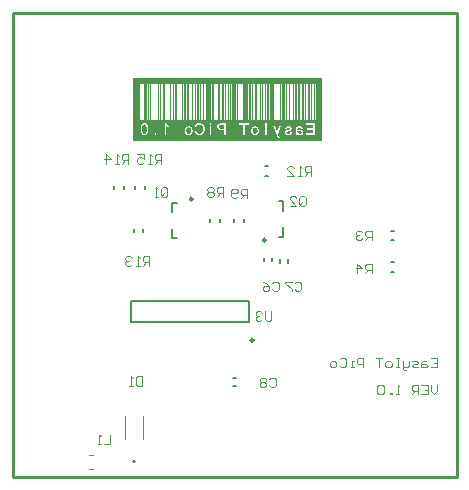
<source format=gbo>
G04*
G04 #@! TF.GenerationSoftware,Altium Limited,Altium Designer,20.1.12 (249)*
G04*
G04 Layer_Color=32896*
%FSLAX25Y25*%
%MOIN*%
G70*
G04*
G04 #@! TF.SameCoordinates,74860364-7C4C-4BB1-8EB4-A47DF166201D*
G04*
G04*
G04 #@! TF.FilePolarity,Positive*
G04*
G01*
G75*
%ADD11C,0.00984*%
%ADD12C,0.00787*%
%ADD13C,0.00591*%
%ADD14C,0.01000*%
%ADD15C,0.00394*%
G36*
X103000Y112000D02*
X39945D01*
Y132845D01*
X103000D01*
Y112000D01*
D02*
G37*
%LPC*%
G36*
X101000Y130845D02*
X100810D01*
Y119034D01*
X101000D01*
Y130845D01*
D02*
G37*
G36*
X100430D02*
X100240D01*
Y119034D01*
X100430D01*
Y130845D01*
D02*
G37*
G36*
X100050D02*
X99671D01*
Y119034D01*
X100050D01*
Y130845D01*
D02*
G37*
G36*
X99481D02*
X99101D01*
Y119034D01*
X99481D01*
Y130845D01*
D02*
G37*
G36*
X98911D02*
X98721D01*
Y119034D01*
X98911D01*
Y130845D01*
D02*
G37*
G36*
X98531D02*
X98152D01*
Y119034D01*
X98531D01*
Y130845D01*
D02*
G37*
G36*
X97962D02*
X97772D01*
Y119034D01*
X97962D01*
Y130845D01*
D02*
G37*
G36*
X97582D02*
X97202D01*
Y119034D01*
X97582D01*
Y130845D01*
D02*
G37*
G36*
X96822D02*
X96632D01*
Y119034D01*
X96822D01*
Y130845D01*
D02*
G37*
G36*
X96443D02*
X96253D01*
Y119034D01*
X96443D01*
Y130845D01*
D02*
G37*
G36*
X96063D02*
X95873D01*
Y119034D01*
X96063D01*
Y130845D01*
D02*
G37*
G36*
X95493D02*
X95303D01*
Y119034D01*
X95493D01*
Y130845D01*
D02*
G37*
G36*
X95113D02*
X94924D01*
Y119034D01*
X95113D01*
Y130845D01*
D02*
G37*
G36*
X94544D02*
X94354D01*
Y119034D01*
X94544D01*
Y130845D01*
D02*
G37*
G36*
X93974D02*
X93784D01*
Y119034D01*
X93974D01*
Y130845D01*
D02*
G37*
G36*
X93594D02*
X93214D01*
Y119034D01*
X93594D01*
Y130845D01*
D02*
G37*
G36*
X93025D02*
X92835D01*
Y119034D01*
X93025D01*
Y130845D01*
D02*
G37*
G36*
X92645D02*
X92455D01*
Y119034D01*
X92645D01*
Y130845D01*
D02*
G37*
G36*
X92075D02*
X91885D01*
Y119034D01*
X92075D01*
Y130845D01*
D02*
G37*
G36*
X91695D02*
X91316D01*
Y119034D01*
X91695D01*
Y130845D01*
D02*
G37*
G36*
X91126D02*
X90936D01*
Y119034D01*
X91126D01*
Y130845D01*
D02*
G37*
G36*
X90556D02*
X90366D01*
Y119034D01*
X90556D01*
Y130845D01*
D02*
G37*
G36*
X90176D02*
X89986D01*
Y119034D01*
X90176D01*
Y130845D01*
D02*
G37*
G36*
X89607D02*
X89417D01*
Y119034D01*
X89607D01*
Y130845D01*
D02*
G37*
G36*
X89037D02*
X88847D01*
Y119034D01*
X89037D01*
Y130845D01*
D02*
G37*
G36*
X88657D02*
X88467D01*
Y119034D01*
X88657D01*
Y130845D01*
D02*
G37*
G36*
X88277D02*
X87898D01*
Y119034D01*
X88277D01*
Y130845D01*
D02*
G37*
G36*
X87708D02*
X87518D01*
Y119034D01*
X87708D01*
Y130845D01*
D02*
G37*
G36*
X87328D02*
X86948D01*
Y119034D01*
X87328D01*
Y130845D01*
D02*
G37*
G36*
X86568D02*
X86379D01*
Y119034D01*
X86568D01*
Y130845D01*
D02*
G37*
G36*
X86189D02*
X85999D01*
Y119034D01*
X86189D01*
Y130845D01*
D02*
G37*
G36*
X85619D02*
X85429D01*
Y119034D01*
X85619D01*
Y130845D01*
D02*
G37*
G36*
X85239D02*
X85049D01*
Y119034D01*
X85239D01*
Y130845D01*
D02*
G37*
G36*
X84670D02*
X84480D01*
Y119034D01*
X84670D01*
Y130845D01*
D02*
G37*
G36*
X84100D02*
X83910D01*
Y119034D01*
X84100D01*
Y130845D01*
D02*
G37*
G36*
X83720D02*
X83340D01*
Y119034D01*
X83720D01*
Y130845D01*
D02*
G37*
G36*
X82960D02*
X82771D01*
Y119034D01*
X82960D01*
Y130845D01*
D02*
G37*
G36*
X82581D02*
X82201D01*
Y119034D01*
X82581D01*
Y130845D01*
D02*
G37*
G36*
X82011D02*
X81821D01*
Y119034D01*
X82011D01*
Y130845D01*
D02*
G37*
G36*
X81631D02*
X81441D01*
Y119034D01*
X81631D01*
Y130845D01*
D02*
G37*
G36*
X81251D02*
X81062D01*
Y119034D01*
X81251D01*
Y130845D01*
D02*
G37*
G36*
X80872D02*
X80492D01*
Y119034D01*
X80872D01*
Y130845D01*
D02*
G37*
G36*
X80302D02*
X80112D01*
Y119034D01*
X80302D01*
Y130845D01*
D02*
G37*
G36*
X79732D02*
X79352D01*
Y119034D01*
X79732D01*
Y130845D01*
D02*
G37*
G36*
X79163D02*
X78973D01*
Y119034D01*
X79163D01*
Y130845D01*
D02*
G37*
G36*
X78783D02*
X78593D01*
Y119034D01*
X78783D01*
Y130845D01*
D02*
G37*
G36*
X78213D02*
X78023D01*
Y119034D01*
X78213D01*
Y130845D01*
D02*
G37*
G36*
X77833D02*
X77644D01*
Y119034D01*
X77833D01*
Y130845D01*
D02*
G37*
G36*
X77264D02*
X77074D01*
Y119034D01*
X77264D01*
Y130845D01*
D02*
G37*
G36*
X76694D02*
X76504D01*
Y119034D01*
X76694D01*
Y130845D01*
D02*
G37*
G36*
X76314D02*
X75934D01*
Y119034D01*
X76314D01*
Y130845D01*
D02*
G37*
G36*
X75745D02*
X75555D01*
Y119034D01*
X75745D01*
Y130845D01*
D02*
G37*
G36*
X75365D02*
X74985D01*
Y119034D01*
X75365D01*
Y130845D01*
D02*
G37*
G36*
X74795D02*
X74605D01*
Y119034D01*
X74795D01*
Y130845D01*
D02*
G37*
G36*
X74225D02*
X74036D01*
Y119034D01*
X74225D01*
Y130845D01*
D02*
G37*
G36*
X73846D02*
X73656D01*
Y119034D01*
X73846D01*
Y130845D01*
D02*
G37*
G36*
X73466D02*
X73276D01*
Y119034D01*
X73466D01*
Y130845D01*
D02*
G37*
G36*
X73086D02*
X72706D01*
Y119034D01*
X73086D01*
Y130845D01*
D02*
G37*
G36*
X72517D02*
X72137D01*
Y119034D01*
X72517D01*
Y130845D01*
D02*
G37*
G36*
X71757D02*
X71567D01*
Y119034D01*
X71757D01*
Y130845D01*
D02*
G37*
G36*
X71377D02*
X71187D01*
Y119034D01*
X71377D01*
Y130845D01*
D02*
G37*
G36*
X70807D02*
X70428D01*
Y119034D01*
X70807D01*
Y130845D01*
D02*
G37*
G36*
X70238D02*
X70048D01*
Y119034D01*
X70238D01*
Y130845D01*
D02*
G37*
G36*
X69858D02*
X69478D01*
Y119034D01*
X69858D01*
Y130845D01*
D02*
G37*
G36*
X69288D02*
X69099D01*
Y119034D01*
X69288D01*
Y130845D01*
D02*
G37*
G36*
X68909D02*
X68719D01*
Y119034D01*
X68909D01*
Y130845D01*
D02*
G37*
G36*
X68529D02*
X68149D01*
Y119034D01*
X68529D01*
Y130845D01*
D02*
G37*
G36*
X67959D02*
X67579D01*
Y119034D01*
X67959D01*
Y130845D01*
D02*
G37*
G36*
X67390D02*
X67200D01*
Y119034D01*
X67390D01*
Y130845D01*
D02*
G37*
G36*
X66820D02*
X66630D01*
Y119034D01*
X66820D01*
Y130845D01*
D02*
G37*
G36*
X66440D02*
X66250D01*
Y119034D01*
X66440D01*
Y130845D01*
D02*
G37*
G36*
X65870D02*
X65680D01*
Y119034D01*
X65870D01*
Y130845D01*
D02*
G37*
G36*
X65491D02*
X65301D01*
Y119034D01*
X65491D01*
Y130845D01*
D02*
G37*
G36*
X64921D02*
X64731D01*
Y119034D01*
X64921D01*
Y130845D01*
D02*
G37*
G36*
X64351D02*
X64161D01*
Y119034D01*
X64351D01*
Y130845D01*
D02*
G37*
G36*
X63972D02*
X63782D01*
Y119034D01*
X63972D01*
Y130845D01*
D02*
G37*
G36*
X63592D02*
X63212D01*
Y119034D01*
X63592D01*
Y130845D01*
D02*
G37*
G36*
X63022D02*
X62832D01*
Y119034D01*
X63022D01*
Y130845D01*
D02*
G37*
G36*
X62452D02*
X62073D01*
Y119034D01*
X62452D01*
Y130845D01*
D02*
G37*
G36*
X61883D02*
X61693D01*
Y119034D01*
X61883D01*
Y130845D01*
D02*
G37*
G36*
X61503D02*
X61123D01*
Y119034D01*
X61503D01*
Y130845D01*
D02*
G37*
G36*
X60933D02*
X60553D01*
Y119034D01*
X60933D01*
Y130845D01*
D02*
G37*
G36*
X60364D02*
X60174D01*
Y119034D01*
X60364D01*
Y130845D01*
D02*
G37*
G36*
X59794D02*
X59604D01*
Y119034D01*
X59794D01*
Y130845D01*
D02*
G37*
G36*
X59414D02*
X59224D01*
Y119034D01*
X59414D01*
Y130845D01*
D02*
G37*
G36*
X59034D02*
X58844D01*
Y119034D01*
X59034D01*
Y130845D01*
D02*
G37*
G36*
X58465D02*
X58275D01*
Y119034D01*
X58465D01*
Y130845D01*
D02*
G37*
G36*
X58085D02*
X57895D01*
Y119034D01*
X58085D01*
Y130845D01*
D02*
G37*
G36*
X57515D02*
X57325D01*
Y119034D01*
X57515D01*
Y130845D01*
D02*
G37*
G36*
X56946D02*
X56756D01*
Y119034D01*
X56946D01*
Y130845D01*
D02*
G37*
G36*
X56566D02*
X56186D01*
Y119034D01*
X56566D01*
Y130845D01*
D02*
G37*
G36*
X55996D02*
X55806D01*
Y119034D01*
X55996D01*
Y130845D01*
D02*
G37*
G36*
X55616D02*
X55237D01*
Y119034D01*
X55616D01*
Y130845D01*
D02*
G37*
G36*
X55047D02*
X54857D01*
Y119034D01*
X55047D01*
Y130845D01*
D02*
G37*
G36*
X54477D02*
X54287D01*
Y119034D01*
X54477D01*
Y130845D01*
D02*
G37*
G36*
X54097D02*
X53907D01*
Y119034D01*
X54097D01*
Y130845D01*
D02*
G37*
G36*
X53527D02*
X53148D01*
Y119034D01*
X53527D01*
Y130845D01*
D02*
G37*
G36*
X52958D02*
X52768D01*
Y119034D01*
X52958D01*
Y130845D01*
D02*
G37*
G36*
X52578D02*
X52198D01*
Y119034D01*
X52578D01*
Y130845D01*
D02*
G37*
G36*
X52008D02*
X51819D01*
Y119034D01*
X52008D01*
Y130845D01*
D02*
G37*
G36*
X51629D02*
X51249D01*
Y119034D01*
X51629D01*
Y130845D01*
D02*
G37*
G36*
X51059D02*
X50869D01*
Y119034D01*
X51059D01*
Y130845D01*
D02*
G37*
G36*
X50489D02*
X50299D01*
Y119034D01*
X50489D01*
Y130845D01*
D02*
G37*
G36*
X50109D02*
X49920D01*
Y119034D01*
X50109D01*
Y130845D01*
D02*
G37*
G36*
X49730D02*
X49350D01*
Y119034D01*
X49730D01*
Y130845D01*
D02*
G37*
G36*
X49160D02*
X48780D01*
Y119034D01*
X49160D01*
Y130845D01*
D02*
G37*
G36*
X48401D02*
X48211D01*
Y119034D01*
X48401D01*
Y130845D01*
D02*
G37*
G36*
X48021D02*
X47831D01*
Y119034D01*
X48021D01*
Y130845D01*
D02*
G37*
G36*
X47641D02*
X47261D01*
Y119034D01*
X47641D01*
Y130845D01*
D02*
G37*
G36*
X47071D02*
X46881D01*
Y119034D01*
X47071D01*
Y130845D01*
D02*
G37*
G36*
X46692D02*
X46502D01*
Y119034D01*
X46692D01*
Y130845D01*
D02*
G37*
G36*
X46312D02*
X46122D01*
Y119034D01*
X46312D01*
Y130845D01*
D02*
G37*
G36*
X45742D02*
X45362D01*
Y119034D01*
X45742D01*
Y130845D01*
D02*
G37*
G36*
X45172D02*
X44793D01*
Y119034D01*
X45172D01*
Y130845D01*
D02*
G37*
G36*
X44603D02*
X44413D01*
Y119034D01*
X44603D01*
Y130845D01*
D02*
G37*
G36*
X44223D02*
X44033D01*
Y119034D01*
X44223D01*
Y130845D01*
D02*
G37*
G36*
X43653D02*
X43463D01*
Y119034D01*
X43653D01*
Y130845D01*
D02*
G37*
G36*
X43273D02*
X42894D01*
Y119034D01*
X43273D01*
Y130845D01*
D02*
G37*
G36*
X42704D02*
X42324D01*
Y119034D01*
X42704D01*
Y130845D01*
D02*
G37*
G36*
X42134D02*
X41944D01*
Y119034D01*
X42134D01*
Y130845D01*
D02*
G37*
G36*
X66272Y117841D02*
X65801D01*
Y117302D01*
X66272D01*
Y117841D01*
D02*
G37*
G36*
X51068Y117857D02*
X50762D01*
Y114000D01*
X51234D01*
Y117002D01*
X51240Y116997D01*
X51267Y116975D01*
X51301Y116941D01*
X51356Y116903D01*
X51417Y116853D01*
X51495Y116797D01*
X51584Y116736D01*
X51683Y116675D01*
X51689D01*
X51695Y116670D01*
X51728Y116647D01*
X51783Y116620D01*
X51850Y116586D01*
X51928Y116548D01*
X52011Y116509D01*
X52094Y116470D01*
X52178Y116436D01*
Y116892D01*
X52172D01*
X52161Y116903D01*
X52139Y116908D01*
X52111Y116925D01*
X52078Y116941D01*
X52039Y116964D01*
X51944Y117019D01*
X51833Y117080D01*
X51722Y117158D01*
X51606Y117247D01*
X51489Y117341D01*
X51484Y117347D01*
X51478Y117352D01*
X51461Y117369D01*
X51439Y117385D01*
X51389Y117441D01*
X51323Y117508D01*
X51256Y117585D01*
X51184Y117674D01*
X51123Y117763D01*
X51068Y117857D01*
D02*
G37*
G36*
X95520Y116847D02*
X95459D01*
X95398Y116842D01*
X95314Y116836D01*
X95220Y116825D01*
X95126Y116808D01*
X95031Y116786D01*
X94942Y116758D01*
X94931Y116753D01*
X94904Y116742D01*
X94865Y116725D01*
X94815Y116703D01*
X94759Y116670D01*
X94704Y116636D01*
X94654Y116592D01*
X94609Y116548D01*
X94604Y116542D01*
X94593Y116525D01*
X94576Y116498D01*
X94554Y116464D01*
X94526Y116414D01*
X94504Y116364D01*
X94482Y116303D01*
X94465Y116231D01*
Y116226D01*
X94460Y116209D01*
X94454Y116176D01*
X94449Y116131D01*
Y116070D01*
X94443Y115998D01*
X94437Y115904D01*
Y115798D01*
Y115165D01*
Y115160D01*
Y115138D01*
Y115104D01*
Y115060D01*
Y115010D01*
Y114949D01*
X94432Y114816D01*
Y114677D01*
X94426Y114538D01*
X94421Y114477D01*
Y114422D01*
X94415Y114372D01*
X94410Y114333D01*
Y114327D01*
X94404Y114305D01*
X94399Y114272D01*
X94382Y114227D01*
X94371Y114178D01*
X94349Y114122D01*
X94321Y114061D01*
X94293Y114000D01*
X94787D01*
X94793Y114005D01*
X94798Y114028D01*
X94809Y114056D01*
X94826Y114100D01*
X94843Y114150D01*
X94854Y114211D01*
X94865Y114278D01*
X94876Y114350D01*
X94881D01*
X94887Y114339D01*
X94920Y114311D01*
X94970Y114272D01*
X95037Y114222D01*
X95120Y114172D01*
X95203Y114117D01*
X95292Y114067D01*
X95386Y114028D01*
X95398Y114022D01*
X95431Y114017D01*
X95481Y114000D01*
X95542Y113983D01*
X95620Y113967D01*
X95708Y113956D01*
X95808Y113944D01*
X95908Y113939D01*
X95953D01*
X95986Y113944D01*
X96025D01*
X96069Y113950D01*
X96169Y113967D01*
X96280Y113995D01*
X96402Y114033D01*
X96513Y114089D01*
X96613Y114161D01*
X96624Y114172D01*
X96652Y114200D01*
X96691Y114250D01*
X96735Y114316D01*
X96780Y114400D01*
X96818Y114494D01*
X96846Y114611D01*
X96852Y114666D01*
X96857Y114733D01*
Y114744D01*
Y114766D01*
X96852Y114805D01*
X96846Y114855D01*
X96835Y114916D01*
X96818Y114977D01*
X96796Y115043D01*
X96768Y115104D01*
X96763Y115110D01*
X96752Y115132D01*
X96730Y115165D01*
X96702Y115204D01*
X96668Y115249D01*
X96624Y115293D01*
X96580Y115338D01*
X96524Y115376D01*
X96519Y115382D01*
X96496Y115393D01*
X96469Y115415D01*
X96424Y115437D01*
X96374Y115460D01*
X96313Y115487D01*
X96252Y115510D01*
X96180Y115532D01*
X96175D01*
X96152Y115537D01*
X96119Y115549D01*
X96075Y115554D01*
X96019Y115565D01*
X95947Y115576D01*
X95864Y115593D01*
X95764Y115604D01*
X95758D01*
X95736Y115610D01*
X95708D01*
X95670Y115615D01*
X95625Y115621D01*
X95570Y115632D01*
X95509Y115637D01*
X95442Y115648D01*
X95309Y115676D01*
X95165Y115704D01*
X95037Y115737D01*
X94976Y115754D01*
X94920Y115770D01*
Y115776D01*
Y115787D01*
X94915Y115820D01*
Y115859D01*
Y115881D01*
Y115893D01*
Y115898D01*
Y115904D01*
Y115937D01*
X94920Y115992D01*
X94931Y116053D01*
X94948Y116120D01*
X94976Y116187D01*
X95009Y116248D01*
X95053Y116298D01*
X95059Y116303D01*
X95087Y116325D01*
X95131Y116348D01*
X95187Y116381D01*
X95264Y116409D01*
X95353Y116436D01*
X95464Y116453D01*
X95592Y116459D01*
X95647D01*
X95703Y116453D01*
X95780Y116442D01*
X95858Y116431D01*
X95942Y116409D01*
X96019Y116381D01*
X96086Y116342D01*
X96091Y116337D01*
X96114Y116320D01*
X96141Y116292D01*
X96175Y116248D01*
X96208Y116192D01*
X96247Y116120D01*
X96280Y116031D01*
X96313Y115931D01*
X96774Y115992D01*
Y115998D01*
X96768Y116004D01*
Y116020D01*
X96763Y116042D01*
X96746Y116092D01*
X96724Y116165D01*
X96696Y116237D01*
X96663Y116314D01*
X96619Y116392D01*
X96569Y116464D01*
X96563Y116470D01*
X96541Y116492D01*
X96508Y116525D01*
X96463Y116570D01*
X96402Y116614D01*
X96330Y116658D01*
X96247Y116708D01*
X96152Y116747D01*
X96147D01*
X96141Y116753D01*
X96125Y116758D01*
X96102Y116764D01*
X96047Y116780D01*
X95969Y116797D01*
X95880Y116814D01*
X95769Y116831D01*
X95653Y116842D01*
X95520Y116847D01*
D02*
G37*
G36*
X89437Y116786D02*
X88937D01*
X88354Y115171D01*
Y115165D01*
X88349Y115160D01*
X88343Y115143D01*
X88338Y115116D01*
X88327Y115088D01*
X88315Y115055D01*
X88288Y114977D01*
X88254Y114882D01*
X88221Y114771D01*
X88188Y114655D01*
X88155Y114527D01*
Y114533D01*
X88149Y114544D01*
X88143Y114560D01*
X88138Y114583D01*
X88132Y114611D01*
X88121Y114644D01*
X88099Y114727D01*
X88071Y114821D01*
X88032Y114932D01*
X87999Y115043D01*
X87955Y115160D01*
X87355Y116786D01*
X86883D01*
X87944Y113956D01*
Y113950D01*
X87949Y113933D01*
X87960Y113911D01*
X87971Y113883D01*
X87988Y113845D01*
X88005Y113800D01*
X88043Y113706D01*
X88082Y113600D01*
X88127Y113495D01*
X88171Y113401D01*
X88193Y113362D01*
X88210Y113323D01*
X88216Y113312D01*
X88232Y113284D01*
X88260Y113245D01*
X88293Y113195D01*
X88338Y113140D01*
X88388Y113084D01*
X88437Y113029D01*
X88499Y112984D01*
X88504Y112979D01*
X88526Y112968D01*
X88560Y112951D01*
X88610Y112929D01*
X88665Y112907D01*
X88732Y112890D01*
X88804Y112879D01*
X88887Y112873D01*
X88909D01*
X88937Y112879D01*
X88976D01*
X89020Y112890D01*
X89070Y112901D01*
X89126Y112912D01*
X89187Y112934D01*
X89237Y113373D01*
X89231D01*
X89209Y113367D01*
X89181Y113362D01*
X89148Y113351D01*
X89059Y113334D01*
X88970Y113328D01*
X88943D01*
X88915Y113334D01*
X88881D01*
X88798Y113351D01*
X88759Y113367D01*
X88721Y113384D01*
X88715D01*
X88704Y113395D01*
X88687Y113406D01*
X88665Y113423D01*
X88615Y113467D01*
X88571Y113528D01*
Y113534D01*
X88560Y113545D01*
X88548Y113567D01*
X88537Y113600D01*
X88515Y113645D01*
X88493Y113711D01*
X88460Y113789D01*
X88426Y113883D01*
Y113889D01*
X88415Y113911D01*
X88404Y113950D01*
X88382Y114000D01*
X89437Y116786D01*
D02*
G37*
G36*
X62201Y117907D02*
X62146D01*
X62107Y117902D01*
X62057Y117896D01*
X61996Y117891D01*
X61935Y117885D01*
X61863Y117868D01*
X61713Y117835D01*
X61546Y117785D01*
X61463Y117752D01*
X61386Y117713D01*
X61308Y117663D01*
X61230Y117613D01*
X61225Y117607D01*
X61213Y117602D01*
X61191Y117585D01*
X61164Y117558D01*
X61136Y117530D01*
X61097Y117491D01*
X61058Y117447D01*
X61014Y117402D01*
X60969Y117347D01*
X60925Y117280D01*
X60875Y117213D01*
X60830Y117141D01*
X60792Y117058D01*
X60747Y116975D01*
X60714Y116886D01*
X60681Y116786D01*
X61180Y116670D01*
Y116675D01*
X61186Y116686D01*
X61197Y116708D01*
X61208Y116736D01*
X61219Y116770D01*
X61236Y116814D01*
X61280Y116903D01*
X61335Y117002D01*
X61402Y117102D01*
X61485Y117197D01*
X61574Y117280D01*
X61585Y117291D01*
X61619Y117313D01*
X61674Y117341D01*
X61746Y117380D01*
X61841Y117413D01*
X61946Y117447D01*
X62074Y117469D01*
X62212Y117474D01*
X62257D01*
X62285Y117469D01*
X62323D01*
X62368Y117463D01*
X62473Y117447D01*
X62590Y117424D01*
X62712Y117385D01*
X62840Y117330D01*
X62956Y117258D01*
X62962D01*
X62967Y117247D01*
X63006Y117219D01*
X63056Y117175D01*
X63117Y117108D01*
X63189Y117025D01*
X63256Y116930D01*
X63317Y116814D01*
X63372Y116686D01*
Y116681D01*
X63378Y116670D01*
X63384Y116653D01*
X63389Y116625D01*
X63400Y116592D01*
X63411Y116553D01*
X63428Y116459D01*
X63450Y116348D01*
X63472Y116226D01*
X63483Y116092D01*
X63489Y115948D01*
Y115943D01*
Y115926D01*
Y115898D01*
Y115865D01*
X63483Y115826D01*
Y115776D01*
X63478Y115720D01*
X63472Y115659D01*
X63456Y115526D01*
X63428Y115382D01*
X63395Y115238D01*
X63350Y115093D01*
Y115088D01*
X63345Y115077D01*
X63333Y115060D01*
X63322Y115032D01*
X63289Y114966D01*
X63239Y114888D01*
X63178Y114799D01*
X63100Y114705D01*
X63012Y114622D01*
X62906Y114544D01*
X62901D01*
X62889Y114538D01*
X62873Y114527D01*
X62851Y114516D01*
X62823Y114505D01*
X62790Y114488D01*
X62712Y114455D01*
X62612Y114422D01*
X62501Y114394D01*
X62379Y114372D01*
X62251Y114366D01*
X62212D01*
X62179Y114372D01*
X62140D01*
X62101Y114377D01*
X62002Y114400D01*
X61885Y114427D01*
X61768Y114472D01*
X61646Y114533D01*
X61585Y114566D01*
X61530Y114611D01*
X61524Y114616D01*
X61519Y114622D01*
X61502Y114638D01*
X61480Y114655D01*
X61458Y114683D01*
X61430Y114716D01*
X61397Y114749D01*
X61369Y114794D01*
X61335Y114844D01*
X61297Y114899D01*
X61263Y114955D01*
X61230Y115021D01*
X61202Y115093D01*
X61175Y115171D01*
X61147Y115254D01*
X61125Y115343D01*
X60614Y115216D01*
Y115210D01*
X60620Y115188D01*
X60631Y115154D01*
X60647Y115110D01*
X60664Y115060D01*
X60686Y114999D01*
X60714Y114932D01*
X60747Y114860D01*
X60825Y114705D01*
X60925Y114550D01*
X60986Y114472D01*
X61047Y114394D01*
X61114Y114327D01*
X61191Y114261D01*
X61197Y114255D01*
X61208Y114244D01*
X61236Y114233D01*
X61263Y114211D01*
X61308Y114183D01*
X61352Y114155D01*
X61413Y114128D01*
X61474Y114100D01*
X61546Y114067D01*
X61624Y114039D01*
X61707Y114011D01*
X61796Y113983D01*
X61891Y113961D01*
X61990Y113950D01*
X62096Y113939D01*
X62207Y113933D01*
X62268D01*
X62312Y113939D01*
X62362D01*
X62423Y113944D01*
X62490Y113956D01*
X62568Y113967D01*
X62729Y113995D01*
X62895Y114039D01*
X63062Y114100D01*
X63139Y114139D01*
X63217Y114183D01*
X63222Y114189D01*
X63234Y114194D01*
X63256Y114211D01*
X63278Y114233D01*
X63311Y114255D01*
X63350Y114289D01*
X63395Y114327D01*
X63439Y114372D01*
X63483Y114422D01*
X63533Y114472D01*
X63633Y114599D01*
X63728Y114749D01*
X63811Y114916D01*
Y114921D01*
X63822Y114938D01*
X63828Y114966D01*
X63844Y114999D01*
X63855Y115043D01*
X63872Y115099D01*
X63894Y115160D01*
X63911Y115226D01*
X63927Y115299D01*
X63950Y115382D01*
X63977Y115554D01*
X63999Y115748D01*
X64011Y115948D01*
Y115954D01*
Y115976D01*
Y116009D01*
X64005Y116048D01*
Y116103D01*
X63999Y116159D01*
X63994Y116231D01*
X63983Y116303D01*
X63955Y116464D01*
X63916Y116642D01*
X63861Y116819D01*
X63783Y116991D01*
X63778Y116997D01*
X63772Y117014D01*
X63761Y117036D01*
X63739Y117064D01*
X63717Y117102D01*
X63689Y117147D01*
X63617Y117247D01*
X63522Y117358D01*
X63411Y117469D01*
X63284Y117580D01*
X63134Y117674D01*
X63128Y117680D01*
X63112Y117685D01*
X63089Y117696D01*
X63062Y117713D01*
X63017Y117730D01*
X62973Y117746D01*
X62917Y117769D01*
X62856Y117791D01*
X62790Y117813D01*
X62717Y117835D01*
X62562Y117868D01*
X62384Y117896D01*
X62201Y117907D01*
D02*
G37*
G36*
X100618Y117841D02*
X97837D01*
Y117385D01*
X100107D01*
Y116215D01*
X97981D01*
Y115759D01*
X100107D01*
Y114455D01*
X97748D01*
Y114000D01*
X100618D01*
Y117841D01*
D02*
G37*
G36*
X84733D02*
X84222D01*
Y114000D01*
X84733D01*
Y117841D01*
D02*
G37*
G36*
X78616D02*
X75575D01*
Y117385D01*
X76840D01*
Y114000D01*
X77351D01*
Y117385D01*
X78616D01*
Y117841D01*
D02*
G37*
G36*
X71096D02*
X69519D01*
X69436Y117835D01*
X69342Y117830D01*
X69242Y117824D01*
X69147Y117813D01*
X69064Y117802D01*
X69053D01*
X69014Y117791D01*
X68964Y117780D01*
X68898Y117763D01*
X68826Y117735D01*
X68748Y117702D01*
X68665Y117663D01*
X68593Y117619D01*
X68581Y117613D01*
X68559Y117596D01*
X68526Y117563D01*
X68481Y117524D01*
X68432Y117474D01*
X68382Y117408D01*
X68326Y117335D01*
X68282Y117252D01*
X68276Y117241D01*
X68265Y117213D01*
X68243Y117164D01*
X68221Y117097D01*
X68204Y117019D01*
X68182Y116930D01*
X68171Y116831D01*
X68165Y116725D01*
Y116719D01*
Y116703D01*
Y116681D01*
X68171Y116642D01*
X68176Y116603D01*
X68182Y116553D01*
X68193Y116498D01*
X68204Y116436D01*
X68243Y116309D01*
X68265Y116242D01*
X68298Y116170D01*
X68337Y116098D01*
X68376Y116031D01*
X68426Y115965D01*
X68481Y115898D01*
X68487Y115893D01*
X68498Y115881D01*
X68515Y115865D01*
X68543Y115848D01*
X68576Y115820D01*
X68620Y115793D01*
X68676Y115759D01*
X68737Y115732D01*
X68809Y115698D01*
X68892Y115665D01*
X68981Y115637D01*
X69086Y115615D01*
X69197Y115593D01*
X69320Y115576D01*
X69458Y115565D01*
X69603Y115559D01*
X70585D01*
Y114000D01*
X71096D01*
Y117841D01*
D02*
G37*
G36*
X66272Y116786D02*
X65801D01*
Y114000D01*
X66272D01*
Y116786D01*
D02*
G37*
G36*
X47834Y114538D02*
X47296D01*
Y114000D01*
X47834D01*
Y114538D01*
D02*
G37*
G36*
X92023Y116847D02*
X91890D01*
X91829Y116842D01*
X91746Y116836D01*
X91657Y116825D01*
X91562Y116803D01*
X91462Y116780D01*
X91368Y116747D01*
X91363D01*
X91357Y116742D01*
X91329Y116731D01*
X91285Y116708D01*
X91229Y116681D01*
X91168Y116642D01*
X91107Y116597D01*
X91052Y116548D01*
X91002Y116492D01*
X90996Y116486D01*
X90985Y116464D01*
X90963Y116425D01*
X90935Y116381D01*
X90907Y116314D01*
X90880Y116242D01*
X90857Y116159D01*
X90835Y116065D01*
X91296Y116004D01*
Y116015D01*
X91302Y116037D01*
X91313Y116076D01*
X91329Y116126D01*
X91357Y116176D01*
X91390Y116231D01*
X91429Y116287D01*
X91485Y116337D01*
X91490Y116342D01*
X91512Y116353D01*
X91546Y116375D01*
X91596Y116398D01*
X91651Y116420D01*
X91723Y116442D01*
X91812Y116453D01*
X91906Y116459D01*
X91962D01*
X92017Y116453D01*
X92090Y116448D01*
X92162Y116431D01*
X92239Y116414D01*
X92312Y116386D01*
X92373Y116348D01*
X92378Y116342D01*
X92395Y116331D01*
X92417Y116309D01*
X92439Y116276D01*
X92467Y116242D01*
X92489Y116198D01*
X92506Y116148D01*
X92511Y116098D01*
Y116092D01*
Y116081D01*
X92506Y116065D01*
Y116042D01*
X92489Y115987D01*
X92456Y115931D01*
X92450Y115926D01*
X92445Y115920D01*
X92434Y115904D01*
X92412Y115887D01*
X92389Y115870D01*
X92356Y115848D01*
X92317Y115831D01*
X92273Y115809D01*
X92267D01*
X92256Y115804D01*
X92234Y115798D01*
X92195Y115781D01*
X92140Y115765D01*
X92067Y115748D01*
X92023Y115732D01*
X91973Y115720D01*
X91918Y115704D01*
X91856Y115687D01*
X91851D01*
X91834Y115682D01*
X91807Y115676D01*
X91773Y115665D01*
X91734Y115654D01*
X91685Y115643D01*
X91579Y115610D01*
X91462Y115576D01*
X91346Y115537D01*
X91240Y115498D01*
X91196Y115482D01*
X91157Y115465D01*
X91146Y115460D01*
X91124Y115449D01*
X91091Y115432D01*
X91041Y115404D01*
X90991Y115371D01*
X90941Y115326D01*
X90891Y115277D01*
X90846Y115221D01*
X90841Y115216D01*
X90830Y115193D01*
X90808Y115160D01*
X90785Y115110D01*
X90769Y115049D01*
X90746Y114982D01*
X90735Y114905D01*
X90730Y114816D01*
Y114805D01*
Y114777D01*
X90735Y114733D01*
X90746Y114672D01*
X90763Y114605D01*
X90791Y114533D01*
X90824Y114450D01*
X90869Y114372D01*
X90874Y114361D01*
X90896Y114339D01*
X90924Y114300D01*
X90969Y114255D01*
X91030Y114205D01*
X91096Y114150D01*
X91174Y114100D01*
X91268Y114050D01*
X91274D01*
X91279Y114044D01*
X91313Y114033D01*
X91368Y114017D01*
X91440Y113995D01*
X91529Y113972D01*
X91629Y113956D01*
X91734Y113944D01*
X91856Y113939D01*
X91906D01*
X91945Y113944D01*
X91990D01*
X92045Y113950D01*
X92101Y113956D01*
X92162Y113967D01*
X92295Y113995D01*
X92434Y114033D01*
X92567Y114089D01*
X92628Y114122D01*
X92684Y114161D01*
X92689Y114166D01*
X92695Y114172D01*
X92728Y114205D01*
X92778Y114255D01*
X92833Y114333D01*
X92894Y114427D01*
X92955Y114538D01*
X93005Y114677D01*
X93044Y114832D01*
X92578Y114905D01*
Y114899D01*
Y114894D01*
X92567Y114860D01*
X92556Y114805D01*
X92534Y114744D01*
X92506Y114677D01*
X92473Y114605D01*
X92423Y114533D01*
X92361Y114472D01*
X92351Y114466D01*
X92328Y114450D01*
X92284Y114427D01*
X92228Y114400D01*
X92156Y114372D01*
X92073Y114350D01*
X91973Y114333D01*
X91856Y114327D01*
X91801D01*
X91746Y114333D01*
X91673Y114344D01*
X91596Y114361D01*
X91512Y114383D01*
X91440Y114411D01*
X91374Y114455D01*
X91368Y114461D01*
X91346Y114477D01*
X91324Y114505D01*
X91290Y114544D01*
X91263Y114588D01*
X91235Y114644D01*
X91218Y114699D01*
X91213Y114766D01*
Y114771D01*
Y114794D01*
X91218Y114821D01*
X91229Y114860D01*
X91246Y114899D01*
X91274Y114938D01*
X91307Y114982D01*
X91357Y115016D01*
X91363Y115021D01*
X91379Y115027D01*
X91407Y115043D01*
X91451Y115060D01*
X91518Y115082D01*
X91557Y115099D01*
X91601Y115110D01*
X91651Y115127D01*
X91707Y115143D01*
X91768Y115160D01*
X91840Y115177D01*
X91845D01*
X91862Y115182D01*
X91890Y115188D01*
X91923Y115199D01*
X91967Y115210D01*
X92017Y115226D01*
X92123Y115254D01*
X92245Y115293D01*
X92361Y115326D01*
X92473Y115365D01*
X92523Y115387D01*
X92561Y115404D01*
X92572Y115410D01*
X92595Y115421D01*
X92628Y115443D01*
X92672Y115471D01*
X92722Y115510D01*
X92772Y115554D01*
X92822Y115604D01*
X92867Y115665D01*
X92872Y115671D01*
X92883Y115693D01*
X92900Y115732D01*
X92917Y115776D01*
X92933Y115831D01*
X92950Y115898D01*
X92961Y115965D01*
X92967Y116042D01*
Y116053D01*
Y116076D01*
X92961Y116109D01*
X92955Y116159D01*
X92944Y116209D01*
X92933Y116270D01*
X92911Y116325D01*
X92883Y116386D01*
X92878Y116392D01*
X92867Y116414D01*
X92850Y116442D01*
X92822Y116481D01*
X92789Y116520D01*
X92750Y116570D01*
X92706Y116614D01*
X92650Y116653D01*
X92645Y116658D01*
X92628Y116664D01*
X92606Y116681D01*
X92572Y116697D01*
X92528Y116719D01*
X92478Y116742D01*
X92417Y116764D01*
X92351Y116786D01*
X92339Y116792D01*
X92317Y116797D01*
X92278Y116808D01*
X92228Y116819D01*
X92167Y116831D01*
X92101Y116836D01*
X92023Y116847D01*
D02*
G37*
G36*
X80806D02*
X80750D01*
X80712Y116842D01*
X80662Y116836D01*
X80606Y116825D01*
X80545Y116814D01*
X80473Y116803D01*
X80323Y116753D01*
X80245Y116725D01*
X80168Y116686D01*
X80090Y116647D01*
X80012Y116592D01*
X79940Y116536D01*
X79868Y116470D01*
X79862Y116464D01*
X79851Y116453D01*
X79835Y116431D01*
X79812Y116403D01*
X79785Y116364D01*
X79751Y116314D01*
X79718Y116259D01*
X79685Y116198D01*
X79651Y116131D01*
X79618Y116048D01*
X79585Y115965D01*
X79557Y115870D01*
X79535Y115770D01*
X79518Y115665D01*
X79507Y115554D01*
X79502Y115432D01*
Y115426D01*
Y115410D01*
Y115382D01*
Y115343D01*
X79507Y115299D01*
X79513Y115243D01*
Y115188D01*
X79524Y115127D01*
X79540Y114988D01*
X79574Y114849D01*
X79613Y114710D01*
X79668Y114583D01*
Y114577D01*
X79674Y114572D01*
X79685Y114555D01*
X79696Y114533D01*
X79735Y114477D01*
X79785Y114411D01*
X79851Y114333D01*
X79935Y114255D01*
X80029Y114178D01*
X80140Y114105D01*
X80145D01*
X80151Y114100D01*
X80168Y114089D01*
X80195Y114078D01*
X80223Y114067D01*
X80256Y114056D01*
X80340Y114022D01*
X80434Y113995D01*
X80551Y113967D01*
X80673Y113944D01*
X80806Y113939D01*
X80861D01*
X80906Y113944D01*
X80956Y113950D01*
X81011Y113961D01*
X81078Y113972D01*
X81144Y113983D01*
X81294Y114028D01*
X81378Y114061D01*
X81455Y114094D01*
X81533Y114139D01*
X81611Y114189D01*
X81683Y114244D01*
X81755Y114311D01*
X81761Y114316D01*
X81772Y114327D01*
X81788Y114350D01*
X81810Y114383D01*
X81838Y114422D01*
X81866Y114466D01*
X81899Y114522D01*
X81932Y114588D01*
X81966Y114660D01*
X81999Y114744D01*
X82027Y114832D01*
X82055Y114927D01*
X82077Y115032D01*
X82094Y115143D01*
X82105Y115265D01*
X82110Y115393D01*
Y115404D01*
Y115426D01*
X82105Y115465D01*
Y115521D01*
X82099Y115582D01*
X82088Y115659D01*
X82077Y115737D01*
X82055Y115826D01*
X82032Y115915D01*
X82005Y116009D01*
X81971Y116109D01*
X81927Y116203D01*
X81883Y116292D01*
X81822Y116381D01*
X81761Y116464D01*
X81683Y116536D01*
X81677Y116542D01*
X81666Y116548D01*
X81644Y116564D01*
X81616Y116586D01*
X81583Y116609D01*
X81538Y116636D01*
X81494Y116664D01*
X81439Y116692D01*
X81378Y116719D01*
X81311Y116747D01*
X81161Y116797D01*
X80989Y116836D01*
X80900Y116842D01*
X80806Y116847D01*
D02*
G37*
G36*
X58660D02*
X58605D01*
X58566Y116842D01*
X58516Y116836D01*
X58460Y116825D01*
X58399Y116814D01*
X58327Y116803D01*
X58177Y116753D01*
X58100Y116725D01*
X58022Y116686D01*
X57944Y116647D01*
X57867Y116592D01*
X57794Y116536D01*
X57722Y116470D01*
X57717Y116464D01*
X57706Y116453D01*
X57689Y116431D01*
X57667Y116403D01*
X57639Y116364D01*
X57606Y116314D01*
X57572Y116259D01*
X57539Y116198D01*
X57506Y116131D01*
X57472Y116048D01*
X57439Y115965D01*
X57411Y115870D01*
X57389Y115770D01*
X57373Y115665D01*
X57362Y115554D01*
X57356Y115432D01*
Y115426D01*
Y115410D01*
Y115382D01*
Y115343D01*
X57362Y115299D01*
X57367Y115243D01*
Y115188D01*
X57378Y115127D01*
X57395Y114988D01*
X57428Y114849D01*
X57467Y114710D01*
X57522Y114583D01*
Y114577D01*
X57528Y114572D01*
X57539Y114555D01*
X57550Y114533D01*
X57589Y114477D01*
X57639Y114411D01*
X57706Y114333D01*
X57789Y114255D01*
X57883Y114178D01*
X57994Y114105D01*
X58000D01*
X58005Y114100D01*
X58022Y114089D01*
X58050Y114078D01*
X58078Y114067D01*
X58111Y114056D01*
X58194Y114022D01*
X58288Y113995D01*
X58405Y113967D01*
X58527Y113944D01*
X58660Y113939D01*
X58716D01*
X58760Y113944D01*
X58810Y113950D01*
X58866Y113961D01*
X58932Y113972D01*
X58999Y113983D01*
X59149Y114028D01*
X59232Y114061D01*
X59310Y114094D01*
X59387Y114139D01*
X59465Y114189D01*
X59537Y114244D01*
X59609Y114311D01*
X59615Y114316D01*
X59626Y114327D01*
X59643Y114350D01*
X59665Y114383D01*
X59693Y114422D01*
X59720Y114466D01*
X59754Y114522D01*
X59787Y114588D01*
X59820Y114660D01*
X59854Y114744D01*
X59881Y114832D01*
X59909Y114927D01*
X59931Y115032D01*
X59948Y115143D01*
X59959Y115265D01*
X59965Y115393D01*
Y115404D01*
Y115426D01*
X59959Y115465D01*
Y115521D01*
X59953Y115582D01*
X59942Y115659D01*
X59931Y115737D01*
X59909Y115826D01*
X59887Y115915D01*
X59859Y116009D01*
X59826Y116109D01*
X59781Y116203D01*
X59737Y116292D01*
X59676Y116381D01*
X59615Y116464D01*
X59537Y116536D01*
X59532Y116542D01*
X59521Y116548D01*
X59498Y116564D01*
X59470Y116586D01*
X59437Y116609D01*
X59393Y116636D01*
X59348Y116664D01*
X59293Y116692D01*
X59232Y116719D01*
X59165Y116747D01*
X59015Y116797D01*
X58843Y116836D01*
X58755Y116842D01*
X58660Y116847D01*
D02*
G37*
G36*
X43902Y117857D02*
X43852D01*
X43791Y117852D01*
X43719Y117841D01*
X43636Y117824D01*
X43547Y117802D01*
X43453Y117774D01*
X43364Y117730D01*
X43358D01*
X43353Y117724D01*
X43325Y117707D01*
X43280Y117680D01*
X43225Y117641D01*
X43164Y117585D01*
X43097Y117524D01*
X43036Y117452D01*
X42975Y117369D01*
X42970Y117358D01*
X42947Y117330D01*
X42925Y117280D01*
X42886Y117208D01*
X42853Y117125D01*
X42809Y117030D01*
X42770Y116919D01*
X42737Y116797D01*
Y116792D01*
X42731Y116780D01*
X42725Y116764D01*
X42720Y116736D01*
X42714Y116703D01*
X42709Y116664D01*
X42698Y116614D01*
X42692Y116559D01*
X42681Y116498D01*
X42676Y116431D01*
X42670Y116353D01*
X42659Y116276D01*
X42653Y116187D01*
Y116098D01*
X42648Y115998D01*
Y115893D01*
Y115887D01*
Y115865D01*
Y115826D01*
Y115781D01*
X42653Y115720D01*
Y115654D01*
X42659Y115582D01*
X42664Y115504D01*
X42681Y115326D01*
X42709Y115143D01*
X42742Y114966D01*
X42764Y114882D01*
X42792Y114799D01*
Y114794D01*
X42798Y114783D01*
X42809Y114760D01*
X42820Y114733D01*
X42831Y114694D01*
X42853Y114655D01*
X42897Y114560D01*
X42953Y114461D01*
X43025Y114350D01*
X43108Y114250D01*
X43208Y114155D01*
X43214D01*
X43219Y114144D01*
X43236Y114133D01*
X43258Y114122D01*
X43286Y114105D01*
X43314Y114083D01*
X43397Y114044D01*
X43497Y114005D01*
X43613Y113967D01*
X43752Y113944D01*
X43902Y113933D01*
X43957D01*
X43996Y113939D01*
X44041Y113944D01*
X44096Y113956D01*
X44157Y113967D01*
X44224Y113983D01*
X44291Y114005D01*
X44363Y114028D01*
X44435Y114061D01*
X44507Y114100D01*
X44579Y114144D01*
X44651Y114200D01*
X44718Y114261D01*
X44779Y114327D01*
X44785Y114333D01*
X44796Y114350D01*
X44812Y114377D01*
X44840Y114422D01*
X44868Y114472D01*
X44895Y114538D01*
X44934Y114616D01*
X44968Y114705D01*
X45001Y114805D01*
X45034Y114921D01*
X45068Y115049D01*
X45095Y115193D01*
X45123Y115349D01*
X45140Y115515D01*
X45151Y115698D01*
X45156Y115893D01*
Y115898D01*
Y115920D01*
Y115959D01*
Y116004D01*
X45151Y116065D01*
Y116131D01*
X45145Y116203D01*
X45140Y116287D01*
X45123Y116459D01*
X45095Y116642D01*
X45062Y116825D01*
X45040Y116908D01*
X45018Y116991D01*
Y116997D01*
X45012Y117008D01*
X45001Y117030D01*
X44990Y117058D01*
X44979Y117097D01*
X44956Y117136D01*
X44912Y117230D01*
X44857Y117330D01*
X44785Y117435D01*
X44701Y117541D01*
X44601Y117630D01*
X44596D01*
X44590Y117641D01*
X44574Y117652D01*
X44551Y117663D01*
X44524Y117685D01*
X44490Y117702D01*
X44407Y117746D01*
X44307Y117785D01*
X44191Y117824D01*
X44052Y117846D01*
X43902Y117857D01*
D02*
G37*
%LPD*%
G36*
X94926Y115393D02*
X94942Y115387D01*
X94965Y115382D01*
X94992Y115371D01*
X95026Y115360D01*
X95065Y115349D01*
X95109Y115338D01*
X95159Y115321D01*
X95220Y115310D01*
X95281Y115293D01*
X95353Y115277D01*
X95431Y115260D01*
X95509Y115243D01*
X95597Y115232D01*
X95692Y115216D01*
X95703D01*
X95736Y115210D01*
X95792Y115199D01*
X95853Y115188D01*
X95919Y115177D01*
X95986Y115160D01*
X96047Y115143D01*
X96102Y115121D01*
X96108D01*
X96125Y115110D01*
X96147Y115099D01*
X96169Y115082D01*
X96236Y115038D01*
X96291Y114971D01*
Y114966D01*
X96302Y114955D01*
X96308Y114932D01*
X96319Y114905D01*
X96330Y114871D01*
X96341Y114838D01*
X96347Y114794D01*
X96352Y114749D01*
Y114744D01*
Y114716D01*
X96347Y114683D01*
X96336Y114638D01*
X96319Y114588D01*
X96291Y114538D01*
X96258Y114483D01*
X96213Y114433D01*
X96208Y114427D01*
X96186Y114416D01*
X96152Y114394D01*
X96108Y114372D01*
X96047Y114350D01*
X95975Y114327D01*
X95891Y114316D01*
X95792Y114311D01*
X95747D01*
X95692Y114316D01*
X95631Y114327D01*
X95553Y114339D01*
X95475Y114361D01*
X95392Y114389D01*
X95309Y114427D01*
X95298Y114433D01*
X95275Y114450D01*
X95237Y114477D01*
X95192Y114516D01*
X95142Y114560D01*
X95087Y114616D01*
X95042Y114683D01*
X94998Y114755D01*
X94992Y114760D01*
X94987Y114783D01*
X94976Y114821D01*
X94959Y114871D01*
X94942Y114938D01*
X94931Y115016D01*
X94926Y115110D01*
X94920Y115221D01*
X94915Y115399D01*
X94920D01*
X94926Y115393D01*
D02*
G37*
G36*
X70585Y116015D02*
X69553D01*
X69514Y116020D01*
X69475D01*
X69431Y116026D01*
X69325Y116037D01*
X69209Y116059D01*
X69092Y116092D01*
X68987Y116137D01*
X68937Y116165D01*
X68898Y116198D01*
X68887Y116209D01*
X68865Y116231D01*
X68831Y116276D01*
X68792Y116331D01*
X68753Y116403D01*
X68720Y116492D01*
X68698Y116592D01*
X68687Y116708D01*
Y116714D01*
Y116719D01*
Y116747D01*
X68692Y116797D01*
X68704Y116853D01*
X68715Y116914D01*
X68737Y116986D01*
X68770Y117052D01*
X68809Y117119D01*
X68814Y117125D01*
X68831Y117147D01*
X68859Y117175D01*
X68892Y117213D01*
X68942Y117252D01*
X68998Y117286D01*
X69059Y117319D01*
X69131Y117347D01*
X69136D01*
X69159Y117352D01*
X69192Y117358D01*
X69236Y117369D01*
X69303Y117374D01*
X69386Y117380D01*
X69486Y117385D01*
X70585D01*
Y116015D01*
D02*
G37*
G36*
X80867Y116453D02*
X80928Y116448D01*
X81011Y116425D01*
X81106Y116392D01*
X81205Y116348D01*
X81300Y116281D01*
X81350Y116237D01*
X81394Y116192D01*
Y116187D01*
X81405Y116181D01*
X81416Y116165D01*
X81433Y116142D01*
X81450Y116115D01*
X81466Y116081D01*
X81489Y116037D01*
X81511Y115992D01*
X81533Y115937D01*
X81555Y115881D01*
X81572Y115815D01*
X81588Y115743D01*
X81605Y115665D01*
X81616Y115582D01*
X81622Y115487D01*
X81627Y115393D01*
Y115387D01*
Y115371D01*
Y115343D01*
X81622Y115304D01*
Y115260D01*
X81616Y115210D01*
X81599Y115093D01*
X81572Y114960D01*
X81527Y114827D01*
X81472Y114699D01*
X81433Y114644D01*
X81394Y114588D01*
X81389D01*
X81383Y114577D01*
X81350Y114550D01*
X81300Y114505D01*
X81233Y114461D01*
X81150Y114411D01*
X81050Y114366D01*
X80933Y114339D01*
X80872Y114333D01*
X80806Y114327D01*
X80773D01*
X80745Y114333D01*
X80684Y114344D01*
X80601Y114361D01*
X80512Y114394D01*
X80412Y114438D01*
X80317Y114505D01*
X80268Y114550D01*
X80223Y114594D01*
X80218Y114599D01*
X80212Y114605D01*
X80201Y114622D01*
X80184Y114644D01*
X80168Y114672D01*
X80145Y114705D01*
X80123Y114749D01*
X80101Y114794D01*
X80079Y114849D01*
X80062Y114910D01*
X80040Y114977D01*
X80023Y115049D01*
X80007Y115132D01*
X79996Y115216D01*
X79984Y115310D01*
Y115410D01*
Y115415D01*
Y115432D01*
Y115460D01*
X79990Y115493D01*
Y115537D01*
X79996Y115587D01*
X80012Y115704D01*
X80040Y115826D01*
X80084Y115959D01*
X80145Y116081D01*
X80179Y116142D01*
X80223Y116192D01*
Y116198D01*
X80234Y116203D01*
X80268Y116237D01*
X80317Y116276D01*
X80384Y116325D01*
X80467Y116375D01*
X80567Y116420D01*
X80678Y116448D01*
X80739Y116453D01*
X80806Y116459D01*
X80839D01*
X80867Y116453D01*
D02*
G37*
G36*
X58721D02*
X58782Y116448D01*
X58866Y116425D01*
X58960Y116392D01*
X59060Y116348D01*
X59154Y116281D01*
X59204Y116237D01*
X59249Y116192D01*
Y116187D01*
X59260Y116181D01*
X59271Y116165D01*
X59287Y116142D01*
X59304Y116115D01*
X59321Y116081D01*
X59343Y116037D01*
X59365Y115992D01*
X59387Y115937D01*
X59409Y115881D01*
X59426Y115815D01*
X59443Y115743D01*
X59459Y115665D01*
X59470Y115582D01*
X59476Y115487D01*
X59482Y115393D01*
Y115387D01*
Y115371D01*
Y115343D01*
X59476Y115304D01*
Y115260D01*
X59470Y115210D01*
X59454Y115093D01*
X59426Y114960D01*
X59382Y114827D01*
X59326Y114699D01*
X59287Y114644D01*
X59249Y114588D01*
X59243D01*
X59237Y114577D01*
X59204Y114550D01*
X59154Y114505D01*
X59088Y114461D01*
X59004Y114411D01*
X58904Y114366D01*
X58788Y114339D01*
X58727Y114333D01*
X58660Y114327D01*
X58627D01*
X58599Y114333D01*
X58538Y114344D01*
X58455Y114361D01*
X58366Y114394D01*
X58266Y114438D01*
X58172Y114505D01*
X58122Y114550D01*
X58078Y114594D01*
X58072Y114599D01*
X58066Y114605D01*
X58055Y114622D01*
X58039Y114644D01*
X58022Y114672D01*
X58000Y114705D01*
X57978Y114749D01*
X57955Y114794D01*
X57933Y114849D01*
X57916Y114910D01*
X57894Y114977D01*
X57878Y115049D01*
X57861Y115132D01*
X57850Y115216D01*
X57839Y115310D01*
Y115410D01*
Y115415D01*
Y115432D01*
Y115460D01*
X57844Y115493D01*
Y115537D01*
X57850Y115587D01*
X57867Y115704D01*
X57894Y115826D01*
X57939Y115959D01*
X58000Y116081D01*
X58033Y116142D01*
X58078Y116192D01*
Y116198D01*
X58089Y116203D01*
X58122Y116237D01*
X58172Y116276D01*
X58238Y116325D01*
X58322Y116375D01*
X58422Y116420D01*
X58533Y116448D01*
X58594Y116453D01*
X58660Y116459D01*
X58693D01*
X58721Y116453D01*
D02*
G37*
G36*
X43963Y117463D02*
X44024Y117452D01*
X44096Y117435D01*
X44179Y117402D01*
X44268Y117352D01*
X44313Y117319D01*
X44357Y117286D01*
X44396Y117241D01*
X44435Y117191D01*
Y117186D01*
X44446Y117175D01*
X44457Y117152D01*
X44474Y117125D01*
X44490Y117080D01*
X44513Y117030D01*
X44529Y116969D01*
X44551Y116897D01*
X44574Y116814D01*
X44596Y116719D01*
X44618Y116614D01*
X44635Y116498D01*
X44651Y116364D01*
X44662Y116220D01*
X44668Y116065D01*
X44673Y115893D01*
Y115881D01*
Y115854D01*
Y115804D01*
X44668Y115737D01*
Y115665D01*
X44662Y115576D01*
X44657Y115482D01*
X44646Y115382D01*
X44618Y115165D01*
X44601Y115060D01*
X44579Y114960D01*
X44557Y114866D01*
X44524Y114777D01*
X44490Y114699D01*
X44451Y114633D01*
Y114627D01*
X44440Y114622D01*
X44413Y114583D01*
X44363Y114533D01*
X44302Y114477D01*
X44218Y114422D01*
X44124Y114372D01*
X44019Y114333D01*
X43963Y114327D01*
X43902Y114322D01*
X43869D01*
X43846Y114327D01*
X43791Y114339D01*
X43713Y114361D01*
X43630Y114400D01*
X43536Y114455D01*
X43491Y114488D01*
X43447Y114533D01*
X43402Y114577D01*
X43358Y114633D01*
Y114638D01*
X43347Y114649D01*
X43336Y114666D01*
X43325Y114694D01*
X43303Y114733D01*
X43286Y114783D01*
X43264Y114838D01*
X43242Y114905D01*
X43225Y114988D01*
X43203Y115077D01*
X43181Y115182D01*
X43164Y115293D01*
X43153Y115426D01*
X43142Y115565D01*
X43131Y115720D01*
Y115893D01*
Y115898D01*
Y115904D01*
Y115931D01*
Y115981D01*
X43136Y116048D01*
Y116120D01*
X43142Y116209D01*
X43147Y116303D01*
X43158Y116409D01*
X43186Y116620D01*
X43203Y116725D01*
X43225Y116825D01*
X43247Y116919D01*
X43280Y117008D01*
X43314Y117086D01*
X43353Y117152D01*
Y117158D01*
X43364Y117164D01*
X43375Y117180D01*
X43391Y117202D01*
X43441Y117252D01*
X43502Y117313D01*
X43586Y117369D01*
X43680Y117419D01*
X43730Y117441D01*
X43786Y117458D01*
X43846Y117463D01*
X43908Y117469D01*
X43941D01*
X43963Y117463D01*
D02*
G37*
D11*
X80339Y45551D02*
G03*
X80339Y45551I-492J0D01*
G01*
X84405Y78913D02*
G03*
X84405Y78913I-492J0D01*
G01*
X60035Y92587D02*
G03*
X60035Y92587I-492J0D01*
G01*
D12*
X40894Y5083D02*
G03*
X40106Y5083I-394J0D01*
G01*
D02*
G03*
X40894Y5083I394J0D01*
G01*
X39315Y51457D02*
X78685D01*
X39315Y58543D02*
X78685D01*
Y51457D02*
Y58543D01*
X39315Y51457D02*
Y58543D01*
X90213Y88756D02*
Y91905D01*
X88638D02*
X90213D01*
Y80094D02*
Y83244D01*
X88638Y80094D02*
X90213D01*
X53244Y79594D02*
Y82744D01*
Y79594D02*
X54819D01*
X53244Y88256D02*
Y91405D01*
X54819D01*
D13*
X40925Y96009D02*
Y96991D01*
X44075Y96009D02*
Y96991D01*
X37075Y96009D02*
Y96991D01*
X33925Y96009D02*
Y96991D01*
X43575Y81510D02*
Y82490D01*
X40425Y81510D02*
Y82490D01*
X84009Y100425D02*
X84991D01*
X84009Y103575D02*
X84991D01*
X126009Y71575D02*
X126991D01*
X126009Y68425D02*
X126991D01*
X126009Y82075D02*
X126991D01*
X126009Y78925D02*
X126991D01*
X83622Y71913D02*
Y73087D01*
X86378Y71900D02*
Y73100D01*
X89122Y71413D02*
Y72587D01*
X91878Y71400D02*
Y72600D01*
X73413Y32878D02*
X74587D01*
X73400Y30122D02*
X74600D01*
X69075Y85009D02*
Y85991D01*
X65925Y85009D02*
Y85991D01*
X77075Y85009D02*
Y85991D01*
X73925Y85009D02*
Y85991D01*
D14*
X0Y0D02*
X148000D01*
Y154500D01*
X0D02*
X148000D01*
X0Y0D02*
Y154500D01*
D15*
X25551Y7362D02*
X26732D01*
X25551Y2638D02*
X26732D01*
X43453Y12563D02*
Y20437D01*
X37547Y12563D02*
Y20437D01*
X32599Y14074D02*
Y10926D01*
X30500D01*
X29451D02*
X28401D01*
X28926D01*
Y14074D01*
X29451Y13550D01*
X86188Y55156D02*
Y52532D01*
X85663Y52007D01*
X84614D01*
X84089Y52532D01*
Y55156D01*
X83039Y54631D02*
X82515Y55156D01*
X81465D01*
X80940Y54631D01*
Y54106D01*
X81465Y53582D01*
X81990D01*
X81465D01*
X80940Y53057D01*
Y52532D01*
X81465Y52007D01*
X82515D01*
X83039Y52532D01*
X141500Y30649D02*
Y28550D01*
X140451Y27500D01*
X139401Y28550D01*
Y30649D01*
X136252D02*
X138351D01*
Y27500D01*
X136252D01*
X138351Y29074D02*
X137302D01*
X135203Y27500D02*
Y30649D01*
X133628D01*
X133104Y30124D01*
Y29074D01*
X133628Y28550D01*
X135203D01*
X134153D02*
X133104Y27500D01*
X128906D02*
X127856D01*
X128381D01*
Y30649D01*
X128906Y30124D01*
X126282Y27500D02*
Y28025D01*
X125757D01*
Y27500D01*
X126282D01*
X123658Y30124D02*
X123133Y30649D01*
X122084D01*
X121559Y30124D01*
Y28025D01*
X122084Y27500D01*
X123133D01*
X123658Y28025D01*
Y30124D01*
X139401Y39649D02*
X141500D01*
Y36500D01*
X139401D01*
X141500Y38074D02*
X140451D01*
X137827Y38599D02*
X136777D01*
X136252Y38074D01*
Y36500D01*
X137827D01*
X138351Y37025D01*
X137827Y37549D01*
X136252D01*
X135203Y36500D02*
X133628D01*
X133104Y37025D01*
X133628Y37549D01*
X134678D01*
X135203Y38074D01*
X134678Y38599D01*
X133104D01*
X132054D02*
Y37025D01*
X131529Y36500D01*
X129955D01*
Y35975D01*
X130480Y35451D01*
X131005D01*
X129955Y36500D02*
Y38599D01*
X128906Y39649D02*
X127856D01*
X128381D01*
Y36500D01*
X128906D01*
X127856D01*
X125757D02*
X124707D01*
X124183Y37025D01*
Y38074D01*
X124707Y38599D01*
X125757D01*
X126282Y38074D01*
Y37025D01*
X125757Y36500D01*
X123133Y39649D02*
X121034D01*
X122084D01*
Y36500D01*
X116836D02*
Y39649D01*
X115262D01*
X114737Y39124D01*
Y38074D01*
X115262Y37549D01*
X116836D01*
X113687Y36500D02*
X112638D01*
X113163D01*
Y38599D01*
X113687D01*
X108965Y39124D02*
X109489Y39649D01*
X110539D01*
X111064Y39124D01*
Y37025D01*
X110539Y36500D01*
X109489D01*
X108965Y37025D01*
X107390Y36500D02*
X106341D01*
X105816Y37025D01*
Y38074D01*
X106341Y38599D01*
X107390D01*
X107915Y38074D01*
Y37025D01*
X107390Y36500D01*
X49436Y104426D02*
Y107574D01*
X47861D01*
X47337Y107050D01*
Y106000D01*
X47861Y105475D01*
X49436D01*
X48386D02*
X47337Y104426D01*
X46287D02*
X45238D01*
X45762D01*
Y107574D01*
X46287Y107050D01*
X41564Y107574D02*
X43663D01*
Y106000D01*
X42614Y106525D01*
X42089D01*
X41564Y106000D01*
Y104950D01*
X42089Y104426D01*
X43139D01*
X43663Y104950D01*
X38436Y104426D02*
Y107574D01*
X36861D01*
X36337Y107050D01*
Y106000D01*
X36861Y105475D01*
X38436D01*
X37386D02*
X36337Y104426D01*
X35287D02*
X34238D01*
X34762D01*
Y107574D01*
X35287Y107050D01*
X31089Y104426D02*
Y107574D01*
X32663Y106000D01*
X30564D01*
X45436Y70426D02*
Y73574D01*
X43861D01*
X43337Y73049D01*
Y72000D01*
X43861Y71475D01*
X45436D01*
X44386D02*
X43337Y70426D01*
X42287D02*
X41238D01*
X41762D01*
Y73574D01*
X42287Y73049D01*
X39663D02*
X39138Y73574D01*
X38089D01*
X37564Y73049D01*
Y72525D01*
X38089Y72000D01*
X38614D01*
X38089D01*
X37564Y71475D01*
Y70951D01*
X38089Y70426D01*
X39138D01*
X39663Y70951D01*
X99436Y100426D02*
Y103574D01*
X97861D01*
X97337Y103050D01*
Y102000D01*
X97861Y101475D01*
X99436D01*
X98386D02*
X97337Y100426D01*
X96287D02*
X95238D01*
X95762D01*
Y103574D01*
X96287Y103050D01*
X91564Y100426D02*
X93663D01*
X91564Y102525D01*
Y103050D01*
X92089Y103574D01*
X93138D01*
X93663Y103050D01*
X78124Y92926D02*
Y96074D01*
X76550D01*
X76025Y95549D01*
Y94500D01*
X76550Y93975D01*
X78124D01*
X77074D02*
X76025Y92926D01*
X74975Y93450D02*
X74450Y92926D01*
X73401D01*
X72876Y93450D01*
Y95549D01*
X73401Y96074D01*
X74450D01*
X74975Y95549D01*
Y95025D01*
X74450Y94500D01*
X72876D01*
X70124Y93426D02*
Y96574D01*
X68550D01*
X68025Y96049D01*
Y95000D01*
X68550Y94475D01*
X70124D01*
X69074D02*
X68025Y93426D01*
X66975Y96049D02*
X66451Y96574D01*
X65401D01*
X64876Y96049D01*
Y95525D01*
X65401Y95000D01*
X64876Y94475D01*
Y93950D01*
X65401Y93426D01*
X66451D01*
X66975Y93950D01*
Y94475D01*
X66451Y95000D01*
X66975Y95525D01*
Y96049D01*
X66451Y95000D02*
X65401D01*
X119624Y67926D02*
Y71074D01*
X118050D01*
X117525Y70549D01*
Y69500D01*
X118050Y68975D01*
X119624D01*
X118574D02*
X117525Y67926D01*
X114901D02*
Y71074D01*
X116475Y69500D01*
X114376D01*
X119624Y78926D02*
Y82074D01*
X118050D01*
X117525Y81550D01*
Y80500D01*
X118050Y79975D01*
X119624D01*
X118574D02*
X117525Y78926D01*
X116475Y81550D02*
X115951Y82074D01*
X114901D01*
X114376Y81550D01*
Y81025D01*
X114901Y80500D01*
X115426D01*
X114901D01*
X114376Y79975D01*
Y79451D01*
X114901Y78926D01*
X115951D01*
X116475Y79451D01*
X95525Y90951D02*
Y93050D01*
X96049Y93574D01*
X97099D01*
X97624Y93050D01*
Y90951D01*
X97099Y90426D01*
X96049D01*
X96574Y91475D02*
X95525Y90426D01*
X96049D02*
X95525Y90951D01*
X92376Y90426D02*
X94475D01*
X92376Y92525D01*
Y93050D01*
X92901Y93574D01*
X93950D01*
X94475Y93050D01*
X49500Y93950D02*
Y96049D01*
X50025Y96574D01*
X51074D01*
X51599Y96049D01*
Y93950D01*
X51074Y93426D01*
X50025D01*
X50550Y94475D02*
X49500Y93426D01*
X50025D02*
X49500Y93950D01*
X48450Y93426D02*
X47401D01*
X47926D01*
Y96574D01*
X48450Y96049D01*
X43099Y33574D02*
Y30426D01*
X41525D01*
X41000Y30950D01*
Y33049D01*
X41525Y33574D01*
X43099D01*
X39950Y30426D02*
X38901D01*
X39426D01*
Y33574D01*
X39950Y33049D01*
X85525Y32550D02*
X86049Y33074D01*
X87099D01*
X87624Y32550D01*
Y30450D01*
X87099Y29926D01*
X86049D01*
X85525Y30450D01*
X84475Y32550D02*
X83951Y33074D01*
X82901D01*
X82376Y32550D01*
Y32025D01*
X82901Y31500D01*
X82376Y30975D01*
Y30450D01*
X82901Y29926D01*
X83951D01*
X84475Y30450D01*
Y30975D01*
X83951Y31500D01*
X84475Y32025D01*
Y32550D01*
X83951Y31500D02*
X82901D01*
X94025Y64549D02*
X94550Y65074D01*
X95599D01*
X96124Y64549D01*
Y62450D01*
X95599Y61926D01*
X94550D01*
X94025Y62450D01*
X92975Y65074D02*
X90876D01*
Y64549D01*
X92975Y62450D01*
Y61926D01*
X86525Y64549D02*
X87050Y65074D01*
X88099D01*
X88624Y64549D01*
Y62450D01*
X88099Y61926D01*
X87050D01*
X86525Y62450D01*
X83376Y65074D02*
X84426Y64549D01*
X85475Y63500D01*
Y62450D01*
X84951Y61926D01*
X83901D01*
X83376Y62450D01*
Y62975D01*
X83901Y63500D01*
X85475D01*
M02*

</source>
